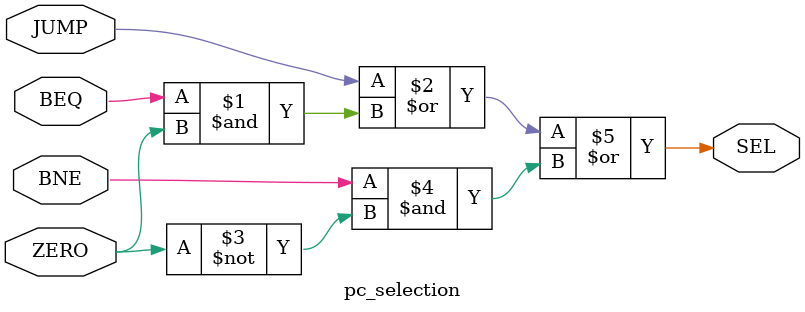
<source format=v>

module pc_selection (JUMP, BEQ, BNE, ZERO, SEL);
    
    input JUMP, BEQ, BNE, ZERO;//inputs 
    output  SEL;          //outputs just wires

    assign SEL = JUMP | (BEQ & ZERO) | (BNE & (~ZERO));//(jump) or (beq and zero) this calculate the selection 
 
endmodule

</source>
